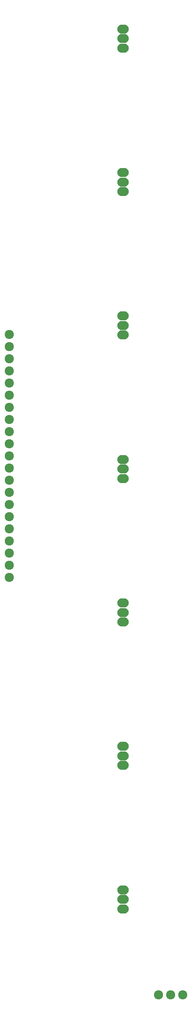
<source format=gbr>
G04 #@! TF.FileFunction,Soldermask,Bot*
%FSLAX46Y46*%
G04 Gerber Fmt 4.6, Leading zero omitted, Abs format (unit mm)*
G04 Created by KiCad (PCBNEW 4.0.4+dfsg1-stable) date Fri Sep 30 19:59:36 2016*
%MOMM*%
%LPD*%
G01*
G04 APERTURE LIST*
%ADD10C,0.150000*%
%ADD11O,2.400000X1.900000*%
%ADD12C,1.924000*%
G04 APERTURE END LIST*
D10*
D11*
X103600000Y-37400000D03*
X103600000Y-39400000D03*
X103600000Y-41400000D03*
X103600000Y-67400000D03*
X103600000Y-69400000D03*
X103600000Y-71400000D03*
X103600000Y-97400000D03*
X103600000Y-99400000D03*
X103600000Y-101400000D03*
X103600000Y-127400000D03*
X103600000Y-129400000D03*
X103600000Y-131400000D03*
X103600000Y-157400000D03*
X103600000Y-159400000D03*
X103600000Y-161400000D03*
X103600000Y-187400000D03*
X103600000Y-189400000D03*
X103600000Y-191400000D03*
X103600000Y-217400000D03*
X103600000Y-219400000D03*
X103600000Y-221400000D03*
D12*
X79700000Y-101300000D03*
X79700000Y-103840000D03*
X79700000Y-106380000D03*
X79700000Y-108920000D03*
X79700000Y-111460000D03*
X79700000Y-114000000D03*
X79700000Y-116540000D03*
X79700000Y-119080000D03*
X79700000Y-121620000D03*
X79700000Y-124160000D03*
X79700000Y-126700000D03*
X79700000Y-129240000D03*
X79700000Y-131780000D03*
X79700000Y-134320000D03*
X79700000Y-136860000D03*
X79700000Y-139400000D03*
X79700000Y-141940000D03*
X79700000Y-144480000D03*
X79700000Y-147020000D03*
X79700000Y-149560000D03*
X79700000Y-152100000D03*
X113600000Y-239400000D03*
X116140000Y-239400000D03*
X111060000Y-239400000D03*
M02*

</source>
